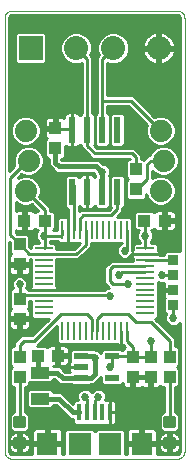
<source format=gtl>
G75*
%MOIN*%
%OFA0B0*%
%FSLAX25Y25*%
%IPPOS*%
%LPD*%
%AMOC8*
5,1,8,0,0,1.08239X$1,22.5*
%
%ADD10C,0.00000*%
%ADD11R,0.01378X0.05512*%
%ADD12R,0.07087X0.07480*%
%ADD13R,0.07480X0.07480*%
%ADD14R,0.04724X0.02165*%
%ADD15C,0.01181*%
%ADD16R,0.04331X0.03937*%
%ADD17R,0.03937X0.04331*%
%ADD18R,0.02400X0.08700*%
%ADD19R,0.05906X0.00984*%
%ADD20R,0.00984X0.05906*%
%ADD21R,0.03500X0.03200*%
%ADD22C,0.07400*%
%ADD23R,0.08000X0.08000*%
%ADD24C,0.08000*%
%ADD25R,0.05906X0.03937*%
%ADD26C,0.01000*%
%ADD27C,0.02700*%
%ADD28C,0.01600*%
D10*
X0035095Y0032058D02*
X0035095Y0176433D01*
X0035097Y0176531D01*
X0035103Y0176629D01*
X0035112Y0176727D01*
X0035126Y0176824D01*
X0035143Y0176921D01*
X0035164Y0177017D01*
X0035189Y0177112D01*
X0035217Y0177206D01*
X0035250Y0177298D01*
X0035285Y0177390D01*
X0035325Y0177480D01*
X0035367Y0177568D01*
X0035414Y0177655D01*
X0035463Y0177739D01*
X0035516Y0177822D01*
X0035572Y0177902D01*
X0035632Y0177981D01*
X0035694Y0178057D01*
X0035759Y0178130D01*
X0035827Y0178201D01*
X0035898Y0178269D01*
X0035971Y0178334D01*
X0036047Y0178396D01*
X0036126Y0178456D01*
X0036206Y0178512D01*
X0036289Y0178565D01*
X0036373Y0178614D01*
X0036460Y0178661D01*
X0036548Y0178703D01*
X0036638Y0178743D01*
X0036730Y0178778D01*
X0036822Y0178811D01*
X0036916Y0178839D01*
X0037011Y0178864D01*
X0037107Y0178885D01*
X0037204Y0178902D01*
X0037301Y0178916D01*
X0037399Y0178925D01*
X0037497Y0178931D01*
X0037595Y0178933D01*
X0092595Y0178933D01*
X0092693Y0178931D01*
X0092791Y0178925D01*
X0092889Y0178916D01*
X0092986Y0178902D01*
X0093083Y0178885D01*
X0093179Y0178864D01*
X0093274Y0178839D01*
X0093368Y0178811D01*
X0093460Y0178778D01*
X0093552Y0178743D01*
X0093642Y0178703D01*
X0093730Y0178661D01*
X0093817Y0178614D01*
X0093901Y0178565D01*
X0093984Y0178512D01*
X0094064Y0178456D01*
X0094143Y0178396D01*
X0094219Y0178334D01*
X0094292Y0178269D01*
X0094363Y0178201D01*
X0094431Y0178130D01*
X0094496Y0178057D01*
X0094558Y0177981D01*
X0094618Y0177902D01*
X0094674Y0177822D01*
X0094727Y0177739D01*
X0094776Y0177655D01*
X0094823Y0177568D01*
X0094865Y0177480D01*
X0094905Y0177390D01*
X0094940Y0177298D01*
X0094973Y0177206D01*
X0095001Y0177112D01*
X0095026Y0177017D01*
X0095047Y0176921D01*
X0095064Y0176824D01*
X0095078Y0176727D01*
X0095087Y0176629D01*
X0095093Y0176531D01*
X0095095Y0176433D01*
X0095095Y0032058D01*
X0095093Y0031960D01*
X0095087Y0031862D01*
X0095078Y0031764D01*
X0095064Y0031667D01*
X0095047Y0031570D01*
X0095026Y0031474D01*
X0095001Y0031379D01*
X0094973Y0031285D01*
X0094940Y0031193D01*
X0094905Y0031101D01*
X0094865Y0031011D01*
X0094823Y0030923D01*
X0094776Y0030836D01*
X0094727Y0030752D01*
X0094674Y0030669D01*
X0094618Y0030589D01*
X0094558Y0030510D01*
X0094496Y0030434D01*
X0094431Y0030361D01*
X0094363Y0030290D01*
X0094292Y0030222D01*
X0094219Y0030157D01*
X0094143Y0030095D01*
X0094064Y0030035D01*
X0093984Y0029979D01*
X0093901Y0029926D01*
X0093817Y0029877D01*
X0093730Y0029830D01*
X0093642Y0029788D01*
X0093552Y0029748D01*
X0093460Y0029713D01*
X0093368Y0029680D01*
X0093274Y0029652D01*
X0093179Y0029627D01*
X0093083Y0029606D01*
X0092986Y0029589D01*
X0092889Y0029575D01*
X0092791Y0029566D01*
X0092693Y0029560D01*
X0092595Y0029558D01*
X0037595Y0029558D01*
X0037497Y0029560D01*
X0037399Y0029566D01*
X0037301Y0029575D01*
X0037204Y0029589D01*
X0037107Y0029606D01*
X0037011Y0029627D01*
X0036916Y0029652D01*
X0036822Y0029680D01*
X0036730Y0029713D01*
X0036638Y0029748D01*
X0036548Y0029788D01*
X0036460Y0029830D01*
X0036373Y0029877D01*
X0036289Y0029926D01*
X0036206Y0029979D01*
X0036126Y0030035D01*
X0036047Y0030095D01*
X0035971Y0030157D01*
X0035898Y0030222D01*
X0035827Y0030290D01*
X0035759Y0030361D01*
X0035694Y0030434D01*
X0035632Y0030510D01*
X0035572Y0030589D01*
X0035516Y0030669D01*
X0035463Y0030752D01*
X0035414Y0030836D01*
X0035367Y0030923D01*
X0035325Y0031011D01*
X0035285Y0031101D01*
X0035250Y0031193D01*
X0035217Y0031285D01*
X0035189Y0031379D01*
X0035164Y0031474D01*
X0035143Y0031570D01*
X0035126Y0031667D01*
X0035112Y0031764D01*
X0035103Y0031862D01*
X0035097Y0031960D01*
X0035095Y0032058D01*
D11*
X0059977Y0044991D03*
X0062536Y0044991D03*
X0065095Y0044991D03*
X0067654Y0044991D03*
X0070213Y0044991D03*
D12*
X0080843Y0034558D03*
X0049347Y0034558D03*
D13*
X0060095Y0034558D03*
X0070095Y0034558D03*
D14*
X0070839Y0056443D03*
X0070839Y0063923D03*
X0060602Y0063923D03*
X0060602Y0060183D03*
X0060602Y0056443D03*
D15*
X0041473Y0043139D02*
X0038717Y0043139D01*
X0041473Y0043139D02*
X0041473Y0040383D01*
X0038717Y0040383D01*
X0038717Y0043139D01*
X0038717Y0041563D02*
X0041473Y0041563D01*
X0041473Y0042743D02*
X0038717Y0042743D01*
X0038717Y0036233D02*
X0041473Y0036233D01*
X0041473Y0033477D01*
X0038717Y0033477D01*
X0038717Y0036233D01*
X0038717Y0034657D02*
X0041473Y0034657D01*
X0041473Y0035837D02*
X0038717Y0035837D01*
X0088717Y0036233D02*
X0091473Y0036233D01*
X0091473Y0033477D01*
X0088717Y0033477D01*
X0088717Y0036233D01*
X0088717Y0034657D02*
X0091473Y0034657D01*
X0091473Y0035837D02*
X0088717Y0035837D01*
X0088717Y0043139D02*
X0091473Y0043139D01*
X0091473Y0040383D01*
X0088717Y0040383D01*
X0088717Y0043139D01*
X0088717Y0041563D02*
X0091473Y0041563D01*
X0091473Y0042743D02*
X0088717Y0042743D01*
D16*
X0052817Y0063933D03*
X0046124Y0063933D03*
X0048442Y0108933D03*
X0041749Y0108933D03*
X0081749Y0108933D03*
X0088442Y0108933D03*
D17*
X0078845Y0119337D03*
X0078845Y0126030D03*
X0051970Y0133087D03*
X0051970Y0139780D03*
X0040095Y0101030D03*
X0040095Y0094337D03*
X0040095Y0082905D03*
X0040095Y0076212D03*
X0040095Y0063530D03*
X0040095Y0056837D03*
X0077908Y0056837D03*
X0077908Y0063530D03*
X0083845Y0063530D03*
X0083845Y0056837D03*
X0090095Y0056837D03*
X0090095Y0063530D03*
D18*
X0072595Y0118633D03*
X0067595Y0118633D03*
X0062595Y0118633D03*
X0057595Y0118633D03*
X0057595Y0139233D03*
X0062595Y0139233D03*
X0067595Y0139233D03*
X0072595Y0139233D03*
D19*
X0082024Y0099760D03*
X0082024Y0097791D03*
X0082024Y0095823D03*
X0082024Y0093854D03*
X0082024Y0091886D03*
X0082024Y0089917D03*
X0082024Y0087949D03*
X0082024Y0085980D03*
X0082024Y0084012D03*
X0082024Y0082043D03*
X0082024Y0080075D03*
X0082024Y0078106D03*
X0048166Y0078106D03*
X0048166Y0080075D03*
X0048166Y0082043D03*
X0048166Y0084012D03*
X0048166Y0085980D03*
X0048166Y0087949D03*
X0048166Y0089917D03*
X0048166Y0091886D03*
X0048166Y0093854D03*
X0048166Y0095823D03*
X0048166Y0097791D03*
X0048166Y0099760D03*
D20*
X0054268Y0105862D03*
X0056237Y0105862D03*
X0058205Y0105862D03*
X0060174Y0105862D03*
X0062142Y0105862D03*
X0064111Y0105862D03*
X0066079Y0105862D03*
X0068048Y0105862D03*
X0070016Y0105862D03*
X0071985Y0105862D03*
X0073953Y0105862D03*
X0075922Y0105862D03*
X0075922Y0072004D03*
X0073953Y0072004D03*
X0071985Y0072004D03*
X0070016Y0072004D03*
X0068048Y0072004D03*
X0066079Y0072004D03*
X0064111Y0072004D03*
X0062142Y0072004D03*
X0060174Y0072004D03*
X0058205Y0072004D03*
X0056237Y0072004D03*
X0054268Y0072004D03*
D21*
X0091345Y0080808D03*
X0091345Y0085808D03*
X0091345Y0090808D03*
X0091345Y0095808D03*
D22*
X0087095Y0118933D03*
X0088095Y0128933D03*
X0087095Y0138933D03*
X0043095Y0128933D03*
X0042095Y0118933D03*
X0042095Y0138933D03*
D23*
X0043770Y0166433D03*
D24*
X0058950Y0166433D03*
X0071329Y0166433D03*
X0086509Y0166433D03*
D25*
X0046970Y0058264D03*
X0046970Y0049602D03*
D26*
X0043479Y0046334D02*
X0050461Y0046334D01*
X0051223Y0047095D01*
X0051223Y0047458D01*
X0052350Y0047458D01*
X0055687Y0044121D01*
X0056917Y0042891D01*
X0057988Y0042891D01*
X0057988Y0041697D01*
X0058750Y0040935D01*
X0061204Y0040935D01*
X0061257Y0040987D01*
X0061309Y0040935D01*
X0063764Y0040935D01*
X0063816Y0040987D01*
X0063868Y0040935D01*
X0066323Y0040935D01*
X0066375Y0040987D01*
X0066427Y0040935D01*
X0068776Y0040935D01*
X0068945Y0040837D01*
X0069327Y0040735D01*
X0070213Y0040735D01*
X0070213Y0044991D01*
X0070213Y0044991D01*
X0070213Y0040735D01*
X0071100Y0040735D01*
X0071481Y0040837D01*
X0071823Y0041035D01*
X0072103Y0041314D01*
X0072300Y0041656D01*
X0072402Y0042038D01*
X0072402Y0044991D01*
X0070213Y0044991D01*
X0070213Y0049247D01*
X0069327Y0049247D01*
X0068945Y0049145D01*
X0068776Y0049047D01*
X0068743Y0049047D01*
X0068995Y0049656D01*
X0068995Y0050710D01*
X0068592Y0051684D01*
X0067846Y0052430D01*
X0066872Y0052833D01*
X0065818Y0052833D01*
X0064844Y0052430D01*
X0064158Y0051743D01*
X0063471Y0052430D01*
X0062497Y0052833D01*
X0061443Y0052833D01*
X0060469Y0052430D01*
X0059724Y0051684D01*
X0059320Y0050710D01*
X0059320Y0049656D01*
X0059572Y0049047D01*
X0058750Y0049047D01*
X0057988Y0048286D01*
X0057988Y0047760D01*
X0055320Y0050428D01*
X0054090Y0051658D01*
X0051223Y0051658D01*
X0051223Y0052109D01*
X0050461Y0052871D01*
X0043479Y0052871D01*
X0042717Y0052109D01*
X0042717Y0047095D01*
X0043479Y0046334D01*
X0042906Y0046906D02*
X0041895Y0046906D01*
X0041895Y0045908D02*
X0053901Y0045908D01*
X0054899Y0044909D02*
X0042376Y0044909D01*
X0042256Y0045029D02*
X0041895Y0045029D01*
X0041895Y0053371D01*
X0042602Y0053371D01*
X0043364Y0054133D01*
X0043364Y0055111D01*
X0043479Y0054995D01*
X0050461Y0054995D01*
X0051223Y0055757D01*
X0051223Y0056208D01*
X0051725Y0056208D01*
X0053600Y0054333D01*
X0057428Y0054333D01*
X0057701Y0054060D01*
X0063502Y0054060D01*
X0063775Y0054333D01*
X0064715Y0054333D01*
X0065945Y0055563D01*
X0067176Y0056795D01*
X0067176Y0054822D01*
X0067938Y0054060D01*
X0073739Y0054060D01*
X0074439Y0054760D01*
X0074439Y0054474D01*
X0074541Y0054092D01*
X0074739Y0053750D01*
X0075018Y0053471D01*
X0075360Y0053273D01*
X0075742Y0053171D01*
X0077423Y0053171D01*
X0077423Y0056352D01*
X0078392Y0056352D01*
X0078392Y0053171D01*
X0080074Y0053171D01*
X0080455Y0053273D01*
X0080797Y0053471D01*
X0080876Y0053550D01*
X0080956Y0053471D01*
X0081298Y0053273D01*
X0081679Y0053171D01*
X0083361Y0053171D01*
X0083361Y0056352D01*
X0084329Y0056352D01*
X0084329Y0053171D01*
X0086011Y0053171D01*
X0086393Y0053273D01*
X0086735Y0053471D01*
X0087014Y0053750D01*
X0087085Y0053874D01*
X0087588Y0053371D01*
X0088295Y0053371D01*
X0088295Y0045029D01*
X0087934Y0045029D01*
X0086827Y0043922D01*
X0086827Y0039600D01*
X0087934Y0038492D01*
X0092256Y0038492D01*
X0093364Y0039600D01*
X0093364Y0043922D01*
X0092256Y0045029D01*
X0091895Y0045029D01*
X0091895Y0053371D01*
X0092602Y0053371D01*
X0093364Y0054133D01*
X0093364Y0059540D01*
X0092721Y0060183D01*
X0093364Y0060826D01*
X0093364Y0066233D01*
X0092602Y0066995D01*
X0091895Y0066995D01*
X0091895Y0069679D01*
X0090841Y0070733D01*
X0085260Y0076314D01*
X0085516Y0076314D01*
X0086277Y0077076D01*
X0086277Y0088486D01*
X0087068Y0088158D01*
X0088122Y0088158D01*
X0088351Y0088253D01*
X0088197Y0087987D01*
X0088095Y0087606D01*
X0088095Y0086108D01*
X0091045Y0086108D01*
X0091045Y0085508D01*
X0088095Y0085508D01*
X0088095Y0084011D01*
X0088197Y0083629D01*
X0088395Y0083287D01*
X0088515Y0083167D01*
X0088295Y0082947D01*
X0088295Y0078670D01*
X0089057Y0077908D01*
X0089088Y0077908D01*
X0088695Y0076960D01*
X0088695Y0075906D01*
X0089099Y0074932D01*
X0089844Y0074187D01*
X0090818Y0073783D01*
X0091872Y0073783D01*
X0092846Y0074187D01*
X0093592Y0074932D01*
X0093595Y0074940D01*
X0093595Y0032058D01*
X0093561Y0031799D01*
X0093302Y0031351D01*
X0092854Y0031092D01*
X0092595Y0031058D01*
X0085886Y0031058D01*
X0085886Y0034058D01*
X0081343Y0034058D01*
X0081343Y0035058D01*
X0080343Y0035058D01*
X0080343Y0034058D01*
X0075800Y0034058D01*
X0075800Y0031058D01*
X0075135Y0031058D01*
X0075135Y0038837D01*
X0074374Y0039598D01*
X0065816Y0039598D01*
X0065095Y0038877D01*
X0064374Y0039598D01*
X0055816Y0039598D01*
X0055055Y0038837D01*
X0055055Y0031058D01*
X0054390Y0031058D01*
X0054390Y0034058D01*
X0049847Y0034058D01*
X0049847Y0035058D01*
X0048847Y0035058D01*
X0048847Y0034058D01*
X0044304Y0034058D01*
X0044304Y0031058D01*
X0037595Y0031058D01*
X0037336Y0031092D01*
X0036888Y0031351D01*
X0036629Y0031799D01*
X0036595Y0032058D01*
X0036595Y0101984D01*
X0036827Y0101752D01*
X0036827Y0098326D01*
X0037361Y0097792D01*
X0037206Y0097702D01*
X0036926Y0097423D01*
X0036729Y0097081D01*
X0036627Y0096699D01*
X0036627Y0094821D01*
X0039611Y0094821D01*
X0039611Y0093852D01*
X0040579Y0093852D01*
X0040579Y0090671D01*
X0042261Y0090671D01*
X0042643Y0090773D01*
X0042985Y0090971D01*
X0043264Y0091250D01*
X0043461Y0091592D01*
X0043564Y0091974D01*
X0043564Y0093852D01*
X0040579Y0093852D01*
X0040579Y0094821D01*
X0043564Y0094821D01*
X0043564Y0095991D01*
X0043913Y0095991D01*
X0043913Y0087221D01*
X0043815Y0087051D01*
X0043713Y0086670D01*
X0043713Y0085980D01*
X0043713Y0085812D01*
X0043160Y0085812D01*
X0042602Y0086370D01*
X0042420Y0086370D01*
X0042745Y0087156D01*
X0042745Y0088210D01*
X0042342Y0089184D01*
X0041596Y0089930D01*
X0040622Y0090333D01*
X0039568Y0090333D01*
X0038594Y0089930D01*
X0037849Y0089184D01*
X0037445Y0088210D01*
X0037445Y0087156D01*
X0037771Y0086370D01*
X0037588Y0086370D01*
X0036827Y0085608D01*
X0036827Y0080201D01*
X0037361Y0079667D01*
X0037206Y0079577D01*
X0036926Y0079298D01*
X0036729Y0078956D01*
X0036627Y0078574D01*
X0036627Y0076696D01*
X0039611Y0076696D01*
X0039611Y0075727D01*
X0040579Y0075727D01*
X0040579Y0072546D01*
X0042261Y0072546D01*
X0042643Y0072648D01*
X0042985Y0072846D01*
X0043264Y0073125D01*
X0043461Y0073467D01*
X0043564Y0073849D01*
X0043564Y0075727D01*
X0040579Y0075727D01*
X0040579Y0076696D01*
X0043564Y0076696D01*
X0043564Y0078574D01*
X0043461Y0078956D01*
X0043264Y0079298D01*
X0042985Y0079577D01*
X0042830Y0079667D01*
X0043364Y0080201D01*
X0043364Y0082212D01*
X0043913Y0082212D01*
X0043913Y0077076D01*
X0044675Y0076314D01*
X0049872Y0076314D01*
X0044290Y0070733D01*
X0040747Y0070733D01*
X0039350Y0069336D01*
X0038295Y0068281D01*
X0038295Y0066995D01*
X0037588Y0066995D01*
X0036827Y0066233D01*
X0036827Y0060826D01*
X0037469Y0060183D01*
X0036827Y0059540D01*
X0036827Y0054133D01*
X0037588Y0053371D01*
X0038295Y0053371D01*
X0038295Y0045029D01*
X0037934Y0045029D01*
X0036827Y0043922D01*
X0036827Y0039600D01*
X0037934Y0038492D01*
X0042256Y0038492D01*
X0043364Y0039600D01*
X0043364Y0043922D01*
X0042256Y0045029D01*
X0043364Y0043911D02*
X0055898Y0043911D01*
X0055687Y0044121D02*
X0055687Y0044121D01*
X0056896Y0042912D02*
X0043364Y0042912D01*
X0043364Y0041914D02*
X0057988Y0041914D01*
X0055136Y0038918D02*
X0054265Y0038918D01*
X0054288Y0038877D02*
X0054091Y0039219D01*
X0053811Y0039499D01*
X0053469Y0039696D01*
X0053088Y0039798D01*
X0049847Y0039798D01*
X0049847Y0035058D01*
X0054390Y0035058D01*
X0054390Y0038496D01*
X0054288Y0038877D01*
X0054390Y0037920D02*
X0055055Y0037920D01*
X0055055Y0036921D02*
X0054390Y0036921D01*
X0054390Y0035923D02*
X0055055Y0035923D01*
X0055055Y0034924D02*
X0049847Y0034924D01*
X0049847Y0035923D02*
X0048847Y0035923D01*
X0048847Y0035058D02*
X0048847Y0039798D01*
X0045606Y0039798D01*
X0045225Y0039696D01*
X0044883Y0039499D01*
X0044604Y0039219D01*
X0044406Y0038877D01*
X0044304Y0038496D01*
X0044304Y0035058D01*
X0048847Y0035058D01*
X0048847Y0034924D02*
X0040579Y0034924D01*
X0040579Y0035340D02*
X0043564Y0035340D01*
X0043564Y0036508D01*
X0043421Y0037040D01*
X0043146Y0037517D01*
X0042757Y0037906D01*
X0042280Y0038181D01*
X0041748Y0038324D01*
X0040579Y0038324D01*
X0040579Y0035340D01*
X0039611Y0035340D01*
X0039611Y0038324D01*
X0038442Y0038324D01*
X0037910Y0038181D01*
X0037434Y0037906D01*
X0037044Y0037517D01*
X0036769Y0037040D01*
X0036627Y0036508D01*
X0036627Y0035340D01*
X0039611Y0035340D01*
X0039611Y0034371D01*
X0040579Y0034371D01*
X0040579Y0031387D01*
X0041748Y0031387D01*
X0042280Y0031529D01*
X0042757Y0031805D01*
X0043146Y0032194D01*
X0043421Y0032670D01*
X0043564Y0033202D01*
X0043564Y0034371D01*
X0040579Y0034371D01*
X0040579Y0035340D01*
X0040579Y0035923D02*
X0039611Y0035923D01*
X0039611Y0036921D02*
X0040579Y0036921D01*
X0040579Y0037920D02*
X0039611Y0037920D01*
X0039611Y0034924D02*
X0036595Y0034924D01*
X0036627Y0034371D02*
X0036627Y0033202D01*
X0036769Y0032670D01*
X0037044Y0032194D01*
X0037434Y0031805D01*
X0037910Y0031529D01*
X0038442Y0031387D01*
X0039611Y0031387D01*
X0039611Y0034371D01*
X0036627Y0034371D01*
X0036627Y0033926D02*
X0036595Y0033926D01*
X0036595Y0032927D02*
X0036700Y0032927D01*
X0036612Y0031929D02*
X0037309Y0031929D01*
X0039611Y0031929D02*
X0040579Y0031929D01*
X0040579Y0032927D02*
X0039611Y0032927D01*
X0039611Y0033926D02*
X0040579Y0033926D01*
X0043564Y0033926D02*
X0044304Y0033926D01*
X0044304Y0032927D02*
X0043490Y0032927D01*
X0042881Y0031929D02*
X0044304Y0031929D01*
X0044304Y0035923D02*
X0043564Y0035923D01*
X0043453Y0036921D02*
X0044304Y0036921D01*
X0044304Y0037920D02*
X0042733Y0037920D01*
X0042682Y0038918D02*
X0044430Y0038918D01*
X0043364Y0039917D02*
X0086827Y0039917D01*
X0086827Y0040915D02*
X0071616Y0040915D01*
X0072369Y0041914D02*
X0086827Y0041914D01*
X0086827Y0042912D02*
X0072402Y0042912D01*
X0072402Y0043911D02*
X0086827Y0043911D01*
X0087814Y0044909D02*
X0072402Y0044909D01*
X0072402Y0044991D02*
X0072402Y0047945D01*
X0072300Y0048326D01*
X0072103Y0048668D01*
X0071823Y0048947D01*
X0071481Y0049145D01*
X0071100Y0049247D01*
X0070213Y0049247D01*
X0070213Y0044991D01*
X0070213Y0044991D01*
X0070213Y0044991D01*
X0072402Y0044991D01*
X0072402Y0045908D02*
X0088295Y0045908D01*
X0088295Y0046906D02*
X0072402Y0046906D01*
X0072402Y0047905D02*
X0088295Y0047905D01*
X0088295Y0048903D02*
X0071867Y0048903D01*
X0070213Y0048903D02*
X0070213Y0048903D01*
X0070213Y0047905D02*
X0070213Y0047905D01*
X0070213Y0046906D02*
X0070213Y0046906D01*
X0070213Y0045908D02*
X0070213Y0045908D01*
X0070213Y0044909D02*
X0070213Y0044909D01*
X0070213Y0043911D02*
X0070213Y0043911D01*
X0070213Y0042912D02*
X0070213Y0042912D01*
X0070213Y0041914D02*
X0070213Y0041914D01*
X0070213Y0040915D02*
X0070213Y0040915D01*
X0068811Y0040915D02*
X0043364Y0040915D01*
X0040095Y0041761D02*
X0040095Y0056837D01*
X0037173Y0059887D02*
X0036595Y0059887D01*
X0036595Y0060885D02*
X0036827Y0060885D01*
X0036827Y0061884D02*
X0036595Y0061884D01*
X0036595Y0062882D02*
X0036827Y0062882D01*
X0036827Y0063881D02*
X0036595Y0063881D01*
X0036595Y0064879D02*
X0036827Y0064879D01*
X0036827Y0065878D02*
X0036595Y0065878D01*
X0036595Y0066877D02*
X0037470Y0066877D01*
X0038295Y0067875D02*
X0036595Y0067875D01*
X0036595Y0068874D02*
X0038888Y0068874D01*
X0039886Y0069872D02*
X0036595Y0069872D01*
X0036595Y0070871D02*
X0044428Y0070871D01*
X0045427Y0071869D02*
X0036595Y0071869D01*
X0036595Y0072868D02*
X0037184Y0072868D01*
X0037206Y0072846D02*
X0037548Y0072648D01*
X0037929Y0072546D01*
X0039611Y0072546D01*
X0039611Y0075727D01*
X0036627Y0075727D01*
X0036627Y0073849D01*
X0036729Y0073467D01*
X0036926Y0073125D01*
X0037206Y0072846D01*
X0036627Y0073866D02*
X0036595Y0073866D01*
X0036595Y0074865D02*
X0036627Y0074865D01*
X0036595Y0075863D02*
X0039611Y0075863D01*
X0040579Y0075863D02*
X0049421Y0075863D01*
X0048422Y0074865D02*
X0043564Y0074865D01*
X0043564Y0073866D02*
X0047424Y0073866D01*
X0046425Y0072868D02*
X0043006Y0072868D01*
X0040579Y0072868D02*
X0039611Y0072868D01*
X0039611Y0073866D02*
X0040579Y0073866D01*
X0040579Y0074865D02*
X0039611Y0074865D01*
X0037170Y0079857D02*
X0036595Y0079857D01*
X0036595Y0078859D02*
X0036703Y0078859D01*
X0036627Y0077860D02*
X0036595Y0077860D01*
X0036595Y0076862D02*
X0036627Y0076862D01*
X0036595Y0080856D02*
X0036827Y0080856D01*
X0036827Y0081854D02*
X0036595Y0081854D01*
X0036595Y0082853D02*
X0036827Y0082853D01*
X0036827Y0083851D02*
X0036595Y0083851D01*
X0036595Y0084850D02*
X0036827Y0084850D01*
X0036595Y0085848D02*
X0037066Y0085848D01*
X0036595Y0086847D02*
X0037573Y0086847D01*
X0037445Y0087845D02*
X0036595Y0087845D01*
X0036595Y0088844D02*
X0037708Y0088844D01*
X0038507Y0089842D02*
X0036595Y0089842D01*
X0036595Y0090841D02*
X0037431Y0090841D01*
X0037548Y0090773D02*
X0037929Y0090671D01*
X0039611Y0090671D01*
X0039611Y0093852D01*
X0036627Y0093852D01*
X0036627Y0091974D01*
X0036729Y0091592D01*
X0036926Y0091250D01*
X0037206Y0090971D01*
X0037548Y0090773D01*
X0036663Y0091839D02*
X0036595Y0091839D01*
X0036595Y0092838D02*
X0036627Y0092838D01*
X0036595Y0093836D02*
X0036627Y0093836D01*
X0036595Y0094835D02*
X0036627Y0094835D01*
X0036595Y0095833D02*
X0036627Y0095833D01*
X0036595Y0096832D02*
X0036662Y0096832D01*
X0036595Y0097830D02*
X0037322Y0097830D01*
X0036827Y0098829D02*
X0036595Y0098829D01*
X0036595Y0099827D02*
X0036827Y0099827D01*
X0036827Y0100826D02*
X0036595Y0100826D01*
X0036595Y0101824D02*
X0036755Y0101824D01*
X0036970Y0104155D02*
X0040095Y0101030D01*
X0043333Y0097791D01*
X0048166Y0097791D01*
X0058953Y0097791D01*
X0062142Y0100980D01*
X0062142Y0105862D01*
X0060174Y0105862D02*
X0060174Y0109637D01*
X0061345Y0110808D01*
X0070720Y0110808D01*
X0072595Y0112683D01*
X0072595Y0118633D01*
X0070095Y0118799D02*
X0070095Y0118799D01*
X0070095Y0117801D02*
X0070095Y0117801D01*
X0070095Y0116802D02*
X0070095Y0116802D01*
X0070095Y0115804D02*
X0070095Y0115804D01*
X0070095Y0114805D02*
X0070095Y0114805D01*
X0070095Y0113807D02*
X0070095Y0113807D01*
X0070095Y0113745D02*
X0070095Y0123522D01*
X0069869Y0123748D01*
X0070245Y0124656D01*
X0070245Y0125710D01*
X0069842Y0126684D01*
X0069096Y0127430D01*
X0068122Y0127833D01*
X0067915Y0127833D01*
X0067820Y0127928D01*
X0066590Y0129158D01*
X0054090Y0129158D01*
X0054070Y0129178D01*
X0054070Y0129621D01*
X0054477Y0129621D01*
X0055239Y0130383D01*
X0055239Y0133918D01*
X0055474Y0133683D01*
X0055816Y0133485D01*
X0056198Y0133383D01*
X0057495Y0133383D01*
X0057495Y0139133D01*
X0057695Y0139133D01*
X0057695Y0133383D01*
X0058993Y0133383D01*
X0059374Y0133485D01*
X0059716Y0133683D01*
X0059995Y0133962D01*
X0060172Y0134268D01*
X0060795Y0133645D01*
X0060795Y0133187D01*
X0063295Y0130687D01*
X0064350Y0129633D01*
X0076850Y0129633D01*
X0076988Y0129495D01*
X0076338Y0129495D01*
X0075577Y0128733D01*
X0075577Y0123326D01*
X0076219Y0122683D01*
X0075577Y0122040D01*
X0075577Y0116633D01*
X0076338Y0115871D01*
X0081352Y0115871D01*
X0082114Y0116633D01*
X0082114Y0117894D01*
X0082856Y0116101D01*
X0084263Y0114694D01*
X0086101Y0113933D01*
X0088090Y0113933D01*
X0089927Y0114694D01*
X0091334Y0116101D01*
X0092095Y0117938D01*
X0092095Y0119928D01*
X0091334Y0121765D01*
X0089927Y0123172D01*
X0088090Y0123933D01*
X0086101Y0123933D01*
X0084395Y0123227D01*
X0084395Y0125562D01*
X0085263Y0124694D01*
X0087101Y0123933D01*
X0089090Y0123933D01*
X0090927Y0124694D01*
X0092334Y0126101D01*
X0093095Y0127938D01*
X0093095Y0129928D01*
X0092334Y0131765D01*
X0090927Y0133172D01*
X0089090Y0133933D01*
X0087101Y0133933D01*
X0085263Y0133172D01*
X0083856Y0131765D01*
X0083429Y0130733D01*
X0083100Y0130733D01*
X0082045Y0129679D01*
X0081607Y0129240D01*
X0081352Y0129495D01*
X0080645Y0129495D01*
X0080645Y0130929D01*
X0079395Y0132179D01*
X0078341Y0133233D01*
X0065841Y0133233D01*
X0064912Y0134162D01*
X0065095Y0134345D01*
X0065857Y0133583D01*
X0069334Y0133583D01*
X0070095Y0134345D01*
X0070857Y0133583D01*
X0074334Y0133583D01*
X0075095Y0134345D01*
X0075095Y0144122D01*
X0074334Y0144883D01*
X0070857Y0144883D01*
X0070095Y0144122D01*
X0070095Y0134345D01*
X0070095Y0144122D01*
X0069395Y0144822D01*
X0069395Y0147133D01*
X0076350Y0147133D01*
X0082523Y0140960D01*
X0082095Y0139928D01*
X0082095Y0137938D01*
X0082856Y0136101D01*
X0084263Y0134694D01*
X0086101Y0133933D01*
X0088090Y0133933D01*
X0089927Y0134694D01*
X0091334Y0136101D01*
X0092095Y0137938D01*
X0092095Y0139928D01*
X0091334Y0141765D01*
X0093595Y0141765D01*
X0093595Y0142763D02*
X0090336Y0142763D01*
X0089927Y0143172D02*
X0088090Y0143933D01*
X0086101Y0143933D01*
X0085068Y0143505D01*
X0077841Y0150733D01*
X0069395Y0150733D01*
X0069395Y0161498D01*
X0070275Y0161133D01*
X0072383Y0161133D01*
X0074331Y0161940D01*
X0075822Y0163431D01*
X0076629Y0165379D01*
X0076629Y0167487D01*
X0075822Y0169435D01*
X0074331Y0170926D01*
X0072383Y0171733D01*
X0070275Y0171733D01*
X0068327Y0170926D01*
X0066836Y0169435D01*
X0066029Y0167487D01*
X0066029Y0165379D01*
X0066527Y0164177D01*
X0065795Y0163445D01*
X0065795Y0144822D01*
X0065095Y0144122D01*
X0065095Y0134345D01*
X0065095Y0144122D01*
X0064395Y0144822D01*
X0064395Y0163533D01*
X0063752Y0164177D01*
X0064250Y0165379D01*
X0064250Y0167487D01*
X0063443Y0169435D01*
X0061952Y0170926D01*
X0060004Y0171733D01*
X0057895Y0171733D01*
X0055947Y0170926D01*
X0054457Y0169435D01*
X0053650Y0167487D01*
X0053650Y0165379D01*
X0054457Y0163431D01*
X0055947Y0161940D01*
X0057895Y0161133D01*
X0060004Y0161133D01*
X0060795Y0161461D01*
X0060795Y0144822D01*
X0060172Y0144198D01*
X0059995Y0144504D01*
X0059716Y0144783D01*
X0059374Y0144981D01*
X0058993Y0145083D01*
X0057695Y0145083D01*
X0057695Y0139333D01*
X0057495Y0139333D01*
X0057495Y0145083D01*
X0056198Y0145083D01*
X0055816Y0144981D01*
X0055474Y0144783D01*
X0055195Y0144504D01*
X0054997Y0144162D01*
X0054895Y0143781D01*
X0054895Y0143110D01*
X0054860Y0143145D01*
X0054518Y0143343D01*
X0054136Y0143445D01*
X0052454Y0143445D01*
X0052454Y0141933D01*
X0052388Y0141933D01*
X0052095Y0141640D01*
X0052095Y0140264D01*
X0051486Y0140264D01*
X0051486Y0143445D01*
X0049804Y0143445D01*
X0049423Y0143343D01*
X0049081Y0143145D01*
X0048801Y0142866D01*
X0048604Y0142524D01*
X0048502Y0142142D01*
X0048502Y0140264D01*
X0051486Y0140264D01*
X0051486Y0139295D01*
X0048502Y0139295D01*
X0048502Y0137417D01*
X0048604Y0137035D01*
X0048801Y0136693D01*
X0049081Y0136414D01*
X0049236Y0136324D01*
X0048702Y0135790D01*
X0048702Y0130383D01*
X0049463Y0129621D01*
X0049870Y0129621D01*
X0049870Y0127438D01*
X0051100Y0126208D01*
X0052350Y0124958D01*
X0064850Y0124958D01*
X0064945Y0124863D01*
X0064945Y0124656D01*
X0065321Y0123748D01*
X0065172Y0123598D01*
X0064995Y0123904D01*
X0064716Y0124183D01*
X0064374Y0124381D01*
X0063993Y0124483D01*
X0062695Y0124483D01*
X0062695Y0118733D01*
X0062495Y0118733D01*
X0062495Y0124483D01*
X0061198Y0124483D01*
X0060816Y0124381D01*
X0060474Y0124183D01*
X0060195Y0123904D01*
X0060018Y0123598D01*
X0059334Y0124283D01*
X0055857Y0124283D01*
X0055095Y0123522D01*
X0055095Y0113745D01*
X0055857Y0112983D01*
X0056405Y0112983D01*
X0056405Y0110315D01*
X0056237Y0110315D01*
X0056237Y0105862D01*
X0056237Y0101409D01*
X0056926Y0101409D01*
X0057308Y0101512D01*
X0057477Y0101609D01*
X0060226Y0101609D01*
X0058208Y0099591D01*
X0052419Y0099591D01*
X0052419Y0100790D01*
X0051657Y0101552D01*
X0050242Y0101552D01*
X0050242Y0102133D01*
X0052714Y0102133D01*
X0053238Y0101609D01*
X0054996Y0101609D01*
X0055166Y0101512D01*
X0055547Y0101409D01*
X0056237Y0101409D01*
X0056237Y0105862D01*
X0056237Y0105862D01*
X0056237Y0105862D01*
X0056237Y0110315D01*
X0055547Y0110315D01*
X0055166Y0110213D01*
X0054996Y0110115D01*
X0053238Y0110115D01*
X0052476Y0109353D01*
X0052476Y0106616D01*
X0052468Y0106608D01*
X0052468Y0105733D01*
X0051214Y0105733D01*
X0051907Y0106426D01*
X0051907Y0111440D01*
X0051145Y0112202D01*
X0050242Y0112202D01*
X0050242Y0113332D01*
X0046668Y0116906D01*
X0047095Y0117938D01*
X0047095Y0119928D01*
X0046334Y0121765D01*
X0044927Y0123172D01*
X0043090Y0123933D01*
X0041101Y0123933D01*
X0039462Y0123254D01*
X0040715Y0124507D01*
X0042101Y0123933D01*
X0044090Y0123933D01*
X0045927Y0124694D01*
X0047334Y0126101D01*
X0048095Y0127938D01*
X0048095Y0129928D01*
X0047334Y0131765D01*
X0045927Y0133172D01*
X0044090Y0133933D01*
X0042101Y0133933D01*
X0040263Y0133172D01*
X0038856Y0131765D01*
X0038095Y0129928D01*
X0038095Y0127938D01*
X0038376Y0127260D01*
X0036595Y0125479D01*
X0036595Y0176433D01*
X0036629Y0176692D01*
X0036888Y0177140D01*
X0037336Y0177399D01*
X0037595Y0177433D01*
X0092595Y0177433D01*
X0092854Y0177399D01*
X0093302Y0177140D01*
X0093561Y0176692D01*
X0093595Y0176433D01*
X0093595Y0098708D01*
X0089057Y0098708D01*
X0088295Y0097947D01*
X0088295Y0097623D01*
X0086477Y0097623D01*
X0086477Y0097791D01*
X0082024Y0097791D01*
X0077572Y0097791D01*
X0077572Y0097102D01*
X0077674Y0096720D01*
X0077772Y0096551D01*
X0077772Y0095654D01*
X0070521Y0095654D01*
X0069466Y0094600D01*
X0069350Y0094483D01*
X0069350Y0094483D01*
X0068295Y0093429D01*
X0068295Y0088187D01*
X0069545Y0086937D01*
X0069900Y0086583D01*
X0069568Y0086583D01*
X0068594Y0086180D01*
X0068226Y0085812D01*
X0052619Y0085812D01*
X0052619Y0085980D01*
X0048166Y0085980D01*
X0048166Y0085980D01*
X0043713Y0085980D01*
X0048166Y0085980D01*
X0048166Y0085980D01*
X0052619Y0085980D01*
X0052619Y0086670D01*
X0052517Y0087051D01*
X0052419Y0087221D01*
X0052419Y0095991D01*
X0059699Y0095991D01*
X0060753Y0097046D01*
X0063942Y0100235D01*
X0063942Y0101609D01*
X0074122Y0101609D01*
X0074122Y0101398D01*
X0073594Y0101180D01*
X0072849Y0100434D01*
X0072445Y0099460D01*
X0072445Y0098406D01*
X0072849Y0097432D01*
X0073594Y0096687D01*
X0074568Y0096283D01*
X0075622Y0096283D01*
X0076596Y0096687D01*
X0077342Y0097432D01*
X0077572Y0097987D01*
X0077572Y0097791D01*
X0082024Y0097791D01*
X0082024Y0097791D01*
X0082024Y0097791D01*
X0086477Y0097791D01*
X0086477Y0098481D01*
X0086375Y0098862D01*
X0086277Y0099032D01*
X0086277Y0100790D01*
X0085516Y0101552D01*
X0083824Y0101552D01*
X0083824Y0102040D01*
X0084217Y0102432D01*
X0084620Y0103406D01*
X0084620Y0104460D01*
X0084217Y0105434D01*
X0083986Y0105665D01*
X0084453Y0105665D01*
X0084986Y0106199D01*
X0085076Y0106044D01*
X0085355Y0105764D01*
X0085697Y0105567D01*
X0086079Y0105465D01*
X0087957Y0105465D01*
X0087957Y0108449D01*
X0088926Y0108449D01*
X0088926Y0109417D01*
X0092107Y0109417D01*
X0092107Y0111099D01*
X0092005Y0111481D01*
X0091807Y0111823D01*
X0091528Y0112102D01*
X0091186Y0112299D01*
X0090804Y0112402D01*
X0088926Y0112402D01*
X0088926Y0109417D01*
X0087957Y0109417D01*
X0087957Y0112402D01*
X0086079Y0112402D01*
X0085697Y0112299D01*
X0085355Y0112102D01*
X0085076Y0111823D01*
X0084986Y0111668D01*
X0084453Y0112202D01*
X0079045Y0112202D01*
X0078283Y0111440D01*
X0078283Y0106426D01*
X0079045Y0105665D01*
X0079954Y0105665D01*
X0079724Y0105434D01*
X0079320Y0104460D01*
X0079320Y0103406D01*
X0079724Y0102432D01*
X0080224Y0101931D01*
X0080224Y0101552D01*
X0078533Y0101552D01*
X0077772Y0100790D01*
X0077772Y0099032D01*
X0077745Y0098986D01*
X0077745Y0099460D01*
X0077722Y0099516D01*
X0077722Y0106608D01*
X0077714Y0106616D01*
X0077714Y0109353D01*
X0076953Y0110115D01*
X0072573Y0110115D01*
X0074395Y0111937D01*
X0074395Y0113045D01*
X0075095Y0113745D01*
X0075095Y0123522D01*
X0074334Y0124283D01*
X0070857Y0124283D01*
X0070095Y0123522D01*
X0070095Y0113745D01*
X0069334Y0112983D01*
X0065857Y0112983D01*
X0065172Y0113668D01*
X0064995Y0113362D01*
X0064716Y0113083D01*
X0064374Y0112885D01*
X0063993Y0112783D01*
X0062695Y0112783D01*
X0062695Y0118533D01*
X0062495Y0118533D01*
X0062495Y0112783D01*
X0061198Y0112783D01*
X0060816Y0112885D01*
X0060474Y0113083D01*
X0060195Y0113362D01*
X0060018Y0113668D01*
X0060005Y0113655D01*
X0060005Y0112014D01*
X0060600Y0112608D01*
X0069975Y0112608D01*
X0070603Y0113237D01*
X0070095Y0113745D01*
X0070175Y0112808D02*
X0064086Y0112808D01*
X0062695Y0112808D02*
X0062495Y0112808D01*
X0062495Y0113807D02*
X0062695Y0113807D01*
X0062695Y0114805D02*
X0062495Y0114805D01*
X0062495Y0115804D02*
X0062695Y0115804D01*
X0062695Y0116802D02*
X0062495Y0116802D01*
X0062495Y0117801D02*
X0062695Y0117801D01*
X0062695Y0118799D02*
X0062495Y0118799D01*
X0062495Y0119798D02*
X0062695Y0119798D01*
X0062695Y0120796D02*
X0062495Y0120796D01*
X0062495Y0121795D02*
X0062695Y0121795D01*
X0062695Y0122793D02*
X0062495Y0122793D01*
X0062495Y0123792D02*
X0062695Y0123792D01*
X0065060Y0123792D02*
X0065303Y0123792D01*
X0064945Y0124790D02*
X0046023Y0124790D01*
X0047022Y0125789D02*
X0051520Y0125789D01*
X0050521Y0126787D02*
X0047618Y0126787D01*
X0048032Y0127786D02*
X0049870Y0127786D01*
X0049870Y0128784D02*
X0048095Y0128784D01*
X0048095Y0129783D02*
X0049302Y0129783D01*
X0048702Y0130781D02*
X0047742Y0130781D01*
X0047320Y0131780D02*
X0048702Y0131780D01*
X0048702Y0132778D02*
X0046321Y0132778D01*
X0044467Y0133777D02*
X0048702Y0133777D01*
X0048702Y0134775D02*
X0045008Y0134775D01*
X0044927Y0134694D02*
X0046334Y0136101D01*
X0047095Y0137938D01*
X0047095Y0139928D01*
X0046334Y0141765D01*
X0048502Y0141765D01*
X0048502Y0140766D02*
X0046748Y0140766D01*
X0047095Y0139768D02*
X0051486Y0139768D01*
X0051970Y0139558D02*
X0057595Y0139558D01*
X0057495Y0139768D02*
X0057695Y0139768D01*
X0057695Y0140766D02*
X0057495Y0140766D01*
X0057495Y0141765D02*
X0057695Y0141765D01*
X0057695Y0142763D02*
X0057495Y0142763D01*
X0057495Y0143762D02*
X0057695Y0143762D01*
X0057695Y0144760D02*
X0057495Y0144760D01*
X0055451Y0144760D02*
X0036595Y0144760D01*
X0036595Y0143762D02*
X0040687Y0143762D01*
X0041101Y0143933D02*
X0039263Y0143172D01*
X0037856Y0141765D01*
X0036595Y0141765D01*
X0036595Y0142763D02*
X0038854Y0142763D01*
X0037856Y0141765D02*
X0037095Y0139928D01*
X0037095Y0137938D01*
X0037856Y0136101D01*
X0039263Y0134694D01*
X0041101Y0133933D01*
X0043090Y0133933D01*
X0044927Y0134694D01*
X0046007Y0135774D02*
X0048702Y0135774D01*
X0048756Y0136772D02*
X0046612Y0136772D01*
X0047026Y0137771D02*
X0048502Y0137771D01*
X0048502Y0138769D02*
X0047095Y0138769D01*
X0046334Y0141765D02*
X0044927Y0143172D01*
X0043090Y0143933D01*
X0041101Y0143933D01*
X0043503Y0143762D02*
X0054895Y0143762D01*
X0052454Y0142763D02*
X0051486Y0142763D01*
X0051486Y0141765D02*
X0052220Y0141765D01*
X0052095Y0140766D02*
X0051486Y0140766D01*
X0048742Y0142763D02*
X0045336Y0142763D01*
X0041723Y0133777D02*
X0036595Y0133777D01*
X0036595Y0134775D02*
X0039182Y0134775D01*
X0038183Y0135774D02*
X0036595Y0135774D01*
X0036595Y0136772D02*
X0037578Y0136772D01*
X0037165Y0137771D02*
X0036595Y0137771D01*
X0036595Y0138769D02*
X0037095Y0138769D01*
X0037095Y0139768D02*
X0036595Y0139768D01*
X0036595Y0140766D02*
X0037443Y0140766D01*
X0036595Y0145759D02*
X0060795Y0145759D01*
X0060795Y0146757D02*
X0036595Y0146757D01*
X0036595Y0147756D02*
X0060795Y0147756D01*
X0060795Y0148754D02*
X0036595Y0148754D01*
X0036595Y0149753D02*
X0060795Y0149753D01*
X0060795Y0150751D02*
X0036595Y0150751D01*
X0036595Y0151750D02*
X0060795Y0151750D01*
X0060795Y0152748D02*
X0036595Y0152748D01*
X0036595Y0153747D02*
X0060795Y0153747D01*
X0060795Y0154745D02*
X0036595Y0154745D01*
X0036595Y0155744D02*
X0060795Y0155744D01*
X0060795Y0156743D02*
X0036595Y0156743D01*
X0036595Y0157741D02*
X0060795Y0157741D01*
X0060795Y0158740D02*
X0036595Y0158740D01*
X0036595Y0159738D02*
X0060795Y0159738D01*
X0060795Y0160737D02*
X0036595Y0160737D01*
X0036595Y0161735D02*
X0038630Y0161735D01*
X0038470Y0161895D02*
X0039232Y0161133D01*
X0048309Y0161133D01*
X0049070Y0161895D01*
X0049070Y0170972D01*
X0048309Y0171733D01*
X0039232Y0171733D01*
X0038470Y0170972D01*
X0038470Y0161895D01*
X0038470Y0162734D02*
X0036595Y0162734D01*
X0036595Y0163732D02*
X0038470Y0163732D01*
X0038470Y0164731D02*
X0036595Y0164731D01*
X0036595Y0165729D02*
X0038470Y0165729D01*
X0038470Y0166728D02*
X0036595Y0166728D01*
X0036595Y0167726D02*
X0038470Y0167726D01*
X0038470Y0168725D02*
X0036595Y0168725D01*
X0036595Y0169723D02*
X0038470Y0169723D01*
X0038470Y0170722D02*
X0036595Y0170722D01*
X0036595Y0171720D02*
X0039219Y0171720D01*
X0036595Y0172719D02*
X0093595Y0172719D01*
X0093595Y0173717D02*
X0036595Y0173717D01*
X0036595Y0174716D02*
X0093595Y0174716D01*
X0093595Y0175714D02*
X0036595Y0175714D01*
X0036641Y0176713D02*
X0093549Y0176713D01*
X0093595Y0171720D02*
X0088035Y0171720D01*
X0087797Y0171798D02*
X0087009Y0171922D01*
X0087009Y0166933D01*
X0091998Y0166933D01*
X0091873Y0167721D01*
X0091606Y0168544D01*
X0091213Y0169316D01*
X0090704Y0170016D01*
X0090092Y0170628D01*
X0089391Y0171137D01*
X0088620Y0171530D01*
X0087797Y0171798D01*
X0087009Y0171720D02*
X0086009Y0171720D01*
X0086009Y0171922D02*
X0085221Y0171798D01*
X0084397Y0171530D01*
X0083626Y0171137D01*
X0082926Y0170628D01*
X0082314Y0170016D01*
X0081805Y0169316D01*
X0081412Y0168544D01*
X0081144Y0167721D01*
X0081019Y0166933D01*
X0086009Y0166933D01*
X0086009Y0171922D01*
X0084982Y0171720D02*
X0072415Y0171720D01*
X0070244Y0171720D02*
X0060035Y0171720D01*
X0057864Y0171720D02*
X0048321Y0171720D01*
X0049070Y0170722D02*
X0055743Y0170722D01*
X0054744Y0169723D02*
X0049070Y0169723D01*
X0049070Y0168725D02*
X0054162Y0168725D01*
X0053749Y0167726D02*
X0049070Y0167726D01*
X0049070Y0166728D02*
X0053650Y0166728D01*
X0053650Y0165729D02*
X0049070Y0165729D01*
X0049070Y0164731D02*
X0053918Y0164731D01*
X0054332Y0163732D02*
X0049070Y0163732D01*
X0049070Y0162734D02*
X0055154Y0162734D01*
X0056442Y0161735D02*
X0048911Y0161735D01*
X0058950Y0166433D02*
X0062595Y0162788D01*
X0062595Y0139233D01*
X0062595Y0133933D01*
X0065095Y0131433D01*
X0077595Y0131433D01*
X0078845Y0130183D01*
X0078845Y0126030D01*
X0080645Y0129783D02*
X0082149Y0129783D01*
X0083449Y0130781D02*
X0080645Y0130781D01*
X0079794Y0131780D02*
X0083871Y0131780D01*
X0084869Y0132778D02*
X0078796Y0132778D01*
X0082165Y0137771D02*
X0075095Y0137771D01*
X0075095Y0138769D02*
X0082095Y0138769D01*
X0082095Y0139768D02*
X0075095Y0139768D01*
X0075095Y0140766D02*
X0082443Y0140766D01*
X0081718Y0141765D02*
X0075095Y0141765D01*
X0075095Y0142763D02*
X0080719Y0142763D01*
X0079721Y0143762D02*
X0075095Y0143762D01*
X0074456Y0144760D02*
X0078722Y0144760D01*
X0077724Y0145759D02*
X0069395Y0145759D01*
X0069395Y0146757D02*
X0076725Y0146757D01*
X0077095Y0148933D02*
X0087095Y0138933D01*
X0085687Y0143762D02*
X0084812Y0143762D01*
X0083813Y0144760D02*
X0093595Y0144760D01*
X0093595Y0143762D02*
X0088503Y0143762D01*
X0089927Y0143172D02*
X0091334Y0141765D01*
X0091748Y0140766D02*
X0093595Y0140766D01*
X0093595Y0139768D02*
X0092095Y0139768D01*
X0092095Y0138769D02*
X0093595Y0138769D01*
X0093595Y0137771D02*
X0092026Y0137771D01*
X0091612Y0136772D02*
X0093595Y0136772D01*
X0093595Y0135774D02*
X0091007Y0135774D01*
X0090008Y0134775D02*
X0093595Y0134775D01*
X0093595Y0133777D02*
X0089467Y0133777D01*
X0091321Y0132778D02*
X0093595Y0132778D01*
X0093595Y0131780D02*
X0092320Y0131780D01*
X0092742Y0130781D02*
X0093595Y0130781D01*
X0093595Y0129783D02*
X0093095Y0129783D01*
X0093095Y0128784D02*
X0093595Y0128784D01*
X0093595Y0127786D02*
X0093032Y0127786D01*
X0092618Y0126787D02*
X0093595Y0126787D01*
X0093595Y0125789D02*
X0092022Y0125789D01*
X0091023Y0124790D02*
X0093595Y0124790D01*
X0093595Y0123792D02*
X0088431Y0123792D01*
X0090306Y0122793D02*
X0093595Y0122793D01*
X0093595Y0121795D02*
X0091305Y0121795D01*
X0091735Y0120796D02*
X0093595Y0120796D01*
X0093595Y0119798D02*
X0092095Y0119798D01*
X0092095Y0118799D02*
X0093595Y0118799D01*
X0093595Y0117801D02*
X0092038Y0117801D01*
X0091624Y0116802D02*
X0093595Y0116802D01*
X0093595Y0115804D02*
X0091037Y0115804D01*
X0090038Y0114805D02*
X0093595Y0114805D01*
X0093595Y0113807D02*
X0075095Y0113807D01*
X0075095Y0114805D02*
X0084152Y0114805D01*
X0083154Y0115804D02*
X0075095Y0115804D01*
X0075095Y0116802D02*
X0075577Y0116802D01*
X0075577Y0117801D02*
X0075095Y0117801D01*
X0075095Y0118799D02*
X0075577Y0118799D01*
X0075577Y0119798D02*
X0075095Y0119798D01*
X0075095Y0120796D02*
X0075577Y0120796D01*
X0075577Y0121795D02*
X0075095Y0121795D01*
X0075095Y0122793D02*
X0076109Y0122793D01*
X0075577Y0123792D02*
X0074825Y0123792D01*
X0075577Y0124790D02*
X0070245Y0124790D01*
X0070213Y0125789D02*
X0075577Y0125789D01*
X0075577Y0126787D02*
X0069739Y0126787D01*
X0068237Y0127786D02*
X0075577Y0127786D01*
X0075627Y0128784D02*
X0066964Y0128784D01*
X0065663Y0133777D02*
X0065297Y0133777D01*
X0065095Y0134775D02*
X0065095Y0134775D01*
X0065095Y0135774D02*
X0065095Y0135774D01*
X0065095Y0136772D02*
X0065095Y0136772D01*
X0065095Y0137771D02*
X0065095Y0137771D01*
X0065095Y0138769D02*
X0065095Y0138769D01*
X0065095Y0139768D02*
X0065095Y0139768D01*
X0065095Y0140766D02*
X0065095Y0140766D01*
X0065095Y0141765D02*
X0065095Y0141765D01*
X0065095Y0142763D02*
X0065095Y0142763D01*
X0065095Y0143762D02*
X0065095Y0143762D01*
X0064456Y0144760D02*
X0065734Y0144760D01*
X0065795Y0145759D02*
X0064395Y0145759D01*
X0064395Y0146757D02*
X0065795Y0146757D01*
X0065795Y0147756D02*
X0064395Y0147756D01*
X0064395Y0148754D02*
X0065795Y0148754D01*
X0065795Y0149753D02*
X0064395Y0149753D01*
X0064395Y0150751D02*
X0065795Y0150751D01*
X0065795Y0151750D02*
X0064395Y0151750D01*
X0064395Y0152748D02*
X0065795Y0152748D01*
X0065795Y0153747D02*
X0064395Y0153747D01*
X0064395Y0154745D02*
X0065795Y0154745D01*
X0065795Y0155744D02*
X0064395Y0155744D01*
X0064395Y0156743D02*
X0065795Y0156743D01*
X0065795Y0157741D02*
X0064395Y0157741D01*
X0064395Y0158740D02*
X0065795Y0158740D01*
X0065795Y0159738D02*
X0064395Y0159738D01*
X0064395Y0160737D02*
X0065795Y0160737D01*
X0065795Y0161735D02*
X0064395Y0161735D01*
X0064395Y0162734D02*
X0065795Y0162734D01*
X0066083Y0163732D02*
X0064196Y0163732D01*
X0063981Y0164731D02*
X0066298Y0164731D01*
X0066029Y0165729D02*
X0064250Y0165729D01*
X0064250Y0166728D02*
X0066029Y0166728D01*
X0066128Y0167726D02*
X0064151Y0167726D01*
X0063737Y0168725D02*
X0066542Y0168725D01*
X0067124Y0169723D02*
X0063155Y0169723D01*
X0062156Y0170722D02*
X0068122Y0170722D01*
X0071329Y0166433D02*
X0067595Y0162699D01*
X0067595Y0148933D01*
X0077095Y0148933D01*
X0078821Y0149753D02*
X0093595Y0149753D01*
X0093595Y0150751D02*
X0069395Y0150751D01*
X0069395Y0151750D02*
X0093595Y0151750D01*
X0093595Y0152748D02*
X0069395Y0152748D01*
X0069395Y0153747D02*
X0093595Y0153747D01*
X0093595Y0154745D02*
X0069395Y0154745D01*
X0069395Y0155744D02*
X0093595Y0155744D01*
X0093595Y0156743D02*
X0069395Y0156743D01*
X0069395Y0157741D02*
X0093595Y0157741D01*
X0093595Y0158740D02*
X0069395Y0158740D01*
X0069395Y0159738D02*
X0093595Y0159738D01*
X0093595Y0160737D02*
X0069395Y0160737D01*
X0073837Y0161735D02*
X0083618Y0161735D01*
X0083626Y0161729D02*
X0084397Y0161336D01*
X0085221Y0161069D01*
X0086009Y0160944D01*
X0086009Y0165933D01*
X0087009Y0165933D01*
X0087009Y0166933D01*
X0086009Y0166933D01*
X0086009Y0165933D01*
X0081019Y0165933D01*
X0081144Y0165145D01*
X0081412Y0164322D01*
X0081805Y0163550D01*
X0082314Y0162850D01*
X0082926Y0162238D01*
X0083626Y0161729D01*
X0082430Y0162734D02*
X0075125Y0162734D01*
X0075947Y0163732D02*
X0081712Y0163732D01*
X0081279Y0164731D02*
X0076361Y0164731D01*
X0076629Y0165729D02*
X0081052Y0165729D01*
X0081146Y0167726D02*
X0076530Y0167726D01*
X0076629Y0166728D02*
X0086009Y0166728D01*
X0086009Y0167726D02*
X0087009Y0167726D01*
X0087009Y0166728D02*
X0093595Y0166728D01*
X0093595Y0167726D02*
X0091872Y0167726D01*
X0091514Y0168725D02*
X0093595Y0168725D01*
X0093595Y0169723D02*
X0090917Y0169723D01*
X0089963Y0170722D02*
X0093595Y0170722D01*
X0093595Y0165729D02*
X0091966Y0165729D01*
X0091998Y0165933D02*
X0087009Y0165933D01*
X0087009Y0160944D01*
X0087797Y0161069D01*
X0088620Y0161336D01*
X0089391Y0161729D01*
X0090092Y0162238D01*
X0090704Y0162850D01*
X0091213Y0163550D01*
X0091606Y0164322D01*
X0091873Y0165145D01*
X0091998Y0165933D01*
X0091739Y0164731D02*
X0093595Y0164731D01*
X0093595Y0163732D02*
X0091305Y0163732D01*
X0090587Y0162734D02*
X0093595Y0162734D01*
X0093595Y0161735D02*
X0089400Y0161735D01*
X0087009Y0161735D02*
X0086009Y0161735D01*
X0086009Y0162734D02*
X0087009Y0162734D01*
X0087009Y0163732D02*
X0086009Y0163732D01*
X0086009Y0164731D02*
X0087009Y0164731D01*
X0087009Y0165729D02*
X0086009Y0165729D01*
X0086009Y0168725D02*
X0087009Y0168725D01*
X0087009Y0169723D02*
X0086009Y0169723D01*
X0086009Y0170722D02*
X0087009Y0170722D01*
X0083054Y0170722D02*
X0074536Y0170722D01*
X0075534Y0169723D02*
X0082101Y0169723D01*
X0081504Y0168725D02*
X0076117Y0168725D01*
X0079819Y0148754D02*
X0093595Y0148754D01*
X0093595Y0147756D02*
X0080818Y0147756D01*
X0081816Y0146757D02*
X0093595Y0146757D01*
X0093595Y0145759D02*
X0082815Y0145759D01*
X0082578Y0136772D02*
X0075095Y0136772D01*
X0075095Y0135774D02*
X0083183Y0135774D01*
X0084182Y0134775D02*
X0075095Y0134775D01*
X0074527Y0133777D02*
X0086723Y0133777D01*
X0088095Y0128933D02*
X0083845Y0128933D01*
X0082595Y0127683D01*
X0082595Y0122683D01*
X0079249Y0119337D01*
X0078845Y0119337D01*
X0082114Y0117801D02*
X0082152Y0117801D01*
X0082114Y0116802D02*
X0082566Y0116802D01*
X0084845Y0111810D02*
X0085068Y0111810D01*
X0087957Y0111810D02*
X0088926Y0111810D01*
X0088926Y0110811D02*
X0087957Y0110811D01*
X0087957Y0109812D02*
X0088926Y0109812D01*
X0088926Y0108814D02*
X0093595Y0108814D01*
X0093595Y0109812D02*
X0092107Y0109812D01*
X0092107Y0110811D02*
X0093595Y0110811D01*
X0093595Y0111810D02*
X0091815Y0111810D01*
X0093595Y0112808D02*
X0074395Y0112808D01*
X0074267Y0111810D02*
X0078653Y0111810D01*
X0078283Y0110811D02*
X0073269Y0110811D01*
X0077255Y0109812D02*
X0078283Y0109812D01*
X0078283Y0108814D02*
X0077714Y0108814D01*
X0077714Y0107815D02*
X0078283Y0107815D01*
X0078283Y0106817D02*
X0077714Y0106817D01*
X0077722Y0105818D02*
X0078891Y0105818D01*
X0079469Y0104820D02*
X0077722Y0104820D01*
X0077722Y0103821D02*
X0079320Y0103821D01*
X0079562Y0102823D02*
X0077722Y0102823D01*
X0077722Y0101824D02*
X0080224Y0101824D01*
X0081970Y0103933D02*
X0082024Y0103933D01*
X0082024Y0108657D01*
X0081749Y0108933D01*
X0084471Y0104820D02*
X0093595Y0104820D01*
X0093595Y0105818D02*
X0091582Y0105818D01*
X0091528Y0105764D02*
X0091807Y0106044D01*
X0092005Y0106386D01*
X0092107Y0106767D01*
X0092107Y0108449D01*
X0088926Y0108449D01*
X0088926Y0105465D01*
X0090804Y0105465D01*
X0091186Y0105567D01*
X0091528Y0105764D01*
X0092107Y0106817D02*
X0093595Y0106817D01*
X0093595Y0107815D02*
X0092107Y0107815D01*
X0093595Y0103821D02*
X0084620Y0103821D01*
X0084379Y0102823D02*
X0093595Y0102823D01*
X0093595Y0101824D02*
X0083824Y0101824D01*
X0086242Y0100826D02*
X0093595Y0100826D01*
X0093595Y0099827D02*
X0086277Y0099827D01*
X0086384Y0098829D02*
X0093595Y0098829D01*
X0091330Y0095823D02*
X0091345Y0095808D01*
X0091330Y0095823D02*
X0082024Y0095823D01*
X0082024Y0093854D02*
X0071266Y0093854D01*
X0070095Y0092683D01*
X0070095Y0088933D01*
X0071345Y0087683D01*
X0076345Y0087683D01*
X0073220Y0090808D02*
X0074298Y0091886D01*
X0082024Y0091886D01*
X0077772Y0095833D02*
X0052419Y0095833D01*
X0052419Y0094835D02*
X0069701Y0094835D01*
X0069466Y0094600D02*
X0069466Y0094600D01*
X0068703Y0093836D02*
X0052419Y0093836D01*
X0052419Y0092838D02*
X0068295Y0092838D01*
X0068295Y0091839D02*
X0052419Y0091839D01*
X0052419Y0090841D02*
X0068295Y0090841D01*
X0068295Y0089842D02*
X0052419Y0089842D01*
X0052419Y0088844D02*
X0068295Y0088844D01*
X0068637Y0087845D02*
X0052419Y0087845D01*
X0052571Y0086847D02*
X0069636Y0086847D01*
X0068263Y0085848D02*
X0052619Y0085848D01*
X0048166Y0084012D02*
X0041202Y0084012D01*
X0040095Y0082905D01*
X0040095Y0082683D01*
X0040095Y0082905D02*
X0040095Y0087683D01*
X0042483Y0088844D02*
X0043913Y0088844D01*
X0043913Y0089842D02*
X0041684Y0089842D01*
X0042759Y0090841D02*
X0043913Y0090841D01*
X0043913Y0091839D02*
X0043528Y0091839D01*
X0043564Y0092838D02*
X0043913Y0092838D01*
X0043913Y0093836D02*
X0043564Y0093836D01*
X0043564Y0094835D02*
X0043913Y0094835D01*
X0043913Y0095833D02*
X0043564Y0095833D01*
X0040579Y0093836D02*
X0039611Y0093836D01*
X0039611Y0092838D02*
X0040579Y0092838D01*
X0040579Y0091839D02*
X0039611Y0091839D01*
X0039611Y0090841D02*
X0040579Y0090841D01*
X0042745Y0087845D02*
X0043913Y0087845D01*
X0043761Y0086847D02*
X0042617Y0086847D01*
X0043124Y0085848D02*
X0043713Y0085848D01*
X0043913Y0081854D02*
X0043364Y0081854D01*
X0043364Y0080856D02*
X0043913Y0080856D01*
X0043913Y0079857D02*
X0043020Y0079857D01*
X0043487Y0078859D02*
X0043913Y0078859D01*
X0043913Y0077860D02*
X0043564Y0077860D01*
X0043564Y0076862D02*
X0044127Y0076862D01*
X0048166Y0084012D02*
X0070016Y0084012D01*
X0070095Y0083933D01*
X0067595Y0077683D02*
X0066079Y0076167D01*
X0066079Y0072004D01*
X0064111Y0072004D02*
X0064111Y0076167D01*
X0062595Y0077683D01*
X0053786Y0077683D01*
X0045036Y0068933D01*
X0041493Y0068933D01*
X0040095Y0067536D01*
X0040095Y0063530D01*
X0036827Y0058888D02*
X0036595Y0058888D01*
X0036595Y0057890D02*
X0036827Y0057890D01*
X0036827Y0056891D02*
X0036595Y0056891D01*
X0036595Y0055893D02*
X0036827Y0055893D01*
X0036827Y0054894D02*
X0036595Y0054894D01*
X0036595Y0053896D02*
X0037064Y0053896D01*
X0036595Y0052897D02*
X0038295Y0052897D01*
X0038295Y0051899D02*
X0036595Y0051899D01*
X0036595Y0050900D02*
X0038295Y0050900D01*
X0038295Y0049902D02*
X0036595Y0049902D01*
X0036595Y0048903D02*
X0038295Y0048903D01*
X0038295Y0047905D02*
X0036595Y0047905D01*
X0036595Y0046906D02*
X0038295Y0046906D01*
X0038295Y0045908D02*
X0036595Y0045908D01*
X0036595Y0044909D02*
X0037814Y0044909D01*
X0036827Y0043911D02*
X0036595Y0043911D01*
X0036595Y0042912D02*
X0036827Y0042912D01*
X0036827Y0041914D02*
X0036595Y0041914D01*
X0036595Y0040915D02*
X0036827Y0040915D01*
X0036827Y0039917D02*
X0036595Y0039917D01*
X0036595Y0038918D02*
X0037508Y0038918D01*
X0037457Y0037920D02*
X0036595Y0037920D01*
X0036595Y0036921D02*
X0036737Y0036921D01*
X0036627Y0035923D02*
X0036595Y0035923D01*
X0041895Y0047905D02*
X0042717Y0047905D01*
X0042717Y0048903D02*
X0041895Y0048903D01*
X0041895Y0049902D02*
X0042717Y0049902D01*
X0042717Y0050900D02*
X0041895Y0050900D01*
X0041895Y0051899D02*
X0042717Y0051899D01*
X0041895Y0052897D02*
X0088295Y0052897D01*
X0088295Y0051899D02*
X0068377Y0051899D01*
X0068916Y0050900D02*
X0088295Y0050900D01*
X0088295Y0049902D02*
X0068995Y0049902D01*
X0066345Y0050183D02*
X0065095Y0048933D01*
X0065095Y0044991D01*
X0062536Y0044991D02*
X0062536Y0049617D01*
X0061970Y0050183D01*
X0064002Y0051899D02*
X0064313Y0051899D01*
X0065276Y0054894D02*
X0067176Y0054894D01*
X0067176Y0055893D02*
X0066275Y0055893D01*
X0070095Y0060183D02*
X0070839Y0060927D01*
X0070839Y0063923D01*
X0077514Y0063923D01*
X0077908Y0063530D01*
X0083845Y0063530D01*
X0083845Y0068933D01*
X0083845Y0075183D02*
X0090095Y0068933D01*
X0090095Y0063530D01*
X0092720Y0066877D02*
X0093595Y0066877D01*
X0093595Y0067875D02*
X0091895Y0067875D01*
X0091895Y0068874D02*
X0093595Y0068874D01*
X0093595Y0069872D02*
X0091702Y0069872D01*
X0090703Y0070871D02*
X0093595Y0070871D01*
X0093595Y0071869D02*
X0089705Y0071869D01*
X0088706Y0072868D02*
X0093595Y0072868D01*
X0093595Y0073866D02*
X0092073Y0073866D01*
X0090618Y0073866D02*
X0087708Y0073866D01*
X0086709Y0074865D02*
X0089166Y0074865D01*
X0088713Y0075863D02*
X0085711Y0075863D01*
X0086063Y0076862D02*
X0088695Y0076862D01*
X0089068Y0077860D02*
X0086277Y0077860D01*
X0086277Y0078859D02*
X0088295Y0078859D01*
X0088295Y0079857D02*
X0086277Y0079857D01*
X0086277Y0080856D02*
X0088295Y0080856D01*
X0088295Y0081854D02*
X0086277Y0081854D01*
X0086277Y0082853D02*
X0088295Y0082853D01*
X0088138Y0083851D02*
X0086277Y0083851D01*
X0086277Y0084850D02*
X0088095Y0084850D01*
X0088095Y0086847D02*
X0086277Y0086847D01*
X0086277Y0087845D02*
X0088159Y0087845D01*
X0086277Y0085848D02*
X0091045Y0085848D01*
X0091345Y0080808D02*
X0091345Y0076433D01*
X0093524Y0074865D02*
X0093595Y0074865D01*
X0093595Y0065878D02*
X0093364Y0065878D01*
X0093364Y0064879D02*
X0093595Y0064879D01*
X0093595Y0063881D02*
X0093364Y0063881D01*
X0093364Y0062882D02*
X0093595Y0062882D01*
X0093595Y0061884D02*
X0093364Y0061884D01*
X0093364Y0060885D02*
X0093595Y0060885D01*
X0093595Y0059887D02*
X0093017Y0059887D01*
X0093364Y0058888D02*
X0093595Y0058888D01*
X0093595Y0057890D02*
X0093364Y0057890D01*
X0093364Y0056891D02*
X0093595Y0056891D01*
X0093595Y0055893D02*
X0093364Y0055893D01*
X0093364Y0054894D02*
X0093595Y0054894D01*
X0093595Y0053896D02*
X0093127Y0053896D01*
X0093595Y0052897D02*
X0091895Y0052897D01*
X0091895Y0051899D02*
X0093595Y0051899D01*
X0093595Y0050900D02*
X0091895Y0050900D01*
X0091895Y0049902D02*
X0093595Y0049902D01*
X0093595Y0048903D02*
X0091895Y0048903D01*
X0091895Y0047905D02*
X0093595Y0047905D01*
X0093595Y0046906D02*
X0091895Y0046906D01*
X0091895Y0045908D02*
X0093595Y0045908D01*
X0093595Y0044909D02*
X0092376Y0044909D01*
X0093364Y0043911D02*
X0093595Y0043911D01*
X0093595Y0042912D02*
X0093364Y0042912D01*
X0093364Y0041914D02*
X0093595Y0041914D01*
X0093595Y0040915D02*
X0093364Y0040915D01*
X0093364Y0039917D02*
X0093595Y0039917D01*
X0093595Y0038918D02*
X0092682Y0038918D01*
X0092280Y0038181D02*
X0091748Y0038324D01*
X0090579Y0038324D01*
X0090579Y0035340D01*
X0089611Y0035340D01*
X0089611Y0038324D01*
X0088442Y0038324D01*
X0087910Y0038181D01*
X0087434Y0037906D01*
X0087044Y0037517D01*
X0086769Y0037040D01*
X0086627Y0036508D01*
X0086627Y0035340D01*
X0089611Y0035340D01*
X0089611Y0034371D01*
X0090579Y0034371D01*
X0090579Y0031387D01*
X0091748Y0031387D01*
X0092280Y0031529D01*
X0092757Y0031805D01*
X0093146Y0032194D01*
X0093421Y0032670D01*
X0093564Y0033202D01*
X0093564Y0034371D01*
X0090579Y0034371D01*
X0090579Y0035340D01*
X0093564Y0035340D01*
X0093564Y0036508D01*
X0093421Y0037040D01*
X0093146Y0037517D01*
X0092757Y0037906D01*
X0092280Y0038181D01*
X0092733Y0037920D02*
X0093595Y0037920D01*
X0093595Y0036921D02*
X0093453Y0036921D01*
X0093564Y0035923D02*
X0093595Y0035923D01*
X0093595Y0034924D02*
X0090579Y0034924D01*
X0089611Y0034924D02*
X0081343Y0034924D01*
X0081343Y0035058D02*
X0085886Y0035058D01*
X0085886Y0038496D01*
X0085784Y0038877D01*
X0085587Y0039219D01*
X0085307Y0039499D01*
X0084965Y0039696D01*
X0084584Y0039798D01*
X0081343Y0039798D01*
X0081343Y0035058D01*
X0081343Y0035923D02*
X0080343Y0035923D01*
X0080343Y0035058D02*
X0080343Y0039798D01*
X0077102Y0039798D01*
X0076721Y0039696D01*
X0076379Y0039499D01*
X0076100Y0039219D01*
X0075902Y0038877D01*
X0075800Y0038496D01*
X0075800Y0035058D01*
X0080343Y0035058D01*
X0080343Y0034924D02*
X0075135Y0034924D01*
X0075135Y0033926D02*
X0075800Y0033926D01*
X0075800Y0032927D02*
X0075135Y0032927D01*
X0075135Y0031929D02*
X0075800Y0031929D01*
X0075800Y0035923D02*
X0075135Y0035923D01*
X0075135Y0036921D02*
X0075800Y0036921D01*
X0075800Y0037920D02*
X0075135Y0037920D01*
X0075054Y0038918D02*
X0075926Y0038918D01*
X0080343Y0038918D02*
X0081343Y0038918D01*
X0081343Y0037920D02*
X0080343Y0037920D01*
X0080343Y0036921D02*
X0081343Y0036921D01*
X0085886Y0036921D02*
X0086737Y0036921D01*
X0086627Y0035923D02*
X0085886Y0035923D01*
X0086627Y0034371D02*
X0086627Y0033202D01*
X0086769Y0032670D01*
X0087044Y0032194D01*
X0087434Y0031805D01*
X0087910Y0031529D01*
X0088442Y0031387D01*
X0089611Y0031387D01*
X0089611Y0034371D01*
X0086627Y0034371D01*
X0086627Y0033926D02*
X0085886Y0033926D01*
X0085886Y0032927D02*
X0086700Y0032927D01*
X0087309Y0031929D02*
X0085886Y0031929D01*
X0089611Y0031929D02*
X0090579Y0031929D01*
X0090579Y0032927D02*
X0089611Y0032927D01*
X0089611Y0033926D02*
X0090579Y0033926D01*
X0090579Y0035923D02*
X0089611Y0035923D01*
X0089611Y0036921D02*
X0090579Y0036921D01*
X0090579Y0037920D02*
X0089611Y0037920D01*
X0087457Y0037920D02*
X0085886Y0037920D01*
X0085761Y0038918D02*
X0087508Y0038918D01*
X0090095Y0041761D02*
X0090095Y0056837D01*
X0084329Y0055893D02*
X0083361Y0055893D01*
X0083361Y0056352D02*
X0080377Y0056352D01*
X0078392Y0056352D01*
X0078392Y0057321D01*
X0083361Y0057321D01*
X0083361Y0056352D01*
X0083361Y0056891D02*
X0078392Y0056891D01*
X0078392Y0055893D02*
X0077423Y0055893D01*
X0077423Y0054894D02*
X0078392Y0054894D01*
X0078392Y0053896D02*
X0077423Y0053896D01*
X0074655Y0053896D02*
X0043127Y0053896D01*
X0043364Y0054894D02*
X0053039Y0054894D01*
X0052040Y0055893D02*
X0051223Y0055893D01*
X0051223Y0051899D02*
X0059938Y0051899D01*
X0059399Y0050900D02*
X0054848Y0050900D01*
X0055320Y0050428D02*
X0055320Y0050428D01*
X0055846Y0049902D02*
X0059320Y0049902D01*
X0058606Y0048903D02*
X0056845Y0048903D01*
X0057843Y0047905D02*
X0057988Y0047905D01*
X0052902Y0046906D02*
X0051034Y0046906D01*
X0049847Y0038918D02*
X0048847Y0038918D01*
X0048847Y0037920D02*
X0049847Y0037920D01*
X0049847Y0036921D02*
X0048847Y0036921D01*
X0054390Y0033926D02*
X0055055Y0033926D01*
X0055055Y0032927D02*
X0054390Y0032927D01*
X0054390Y0031929D02*
X0055055Y0031929D01*
X0065054Y0038918D02*
X0065136Y0038918D01*
X0060720Y0056324D02*
X0060611Y0056433D01*
X0060602Y0056443D01*
X0060560Y0060142D02*
X0056739Y0060142D01*
X0056739Y0058903D01*
X0056839Y0058533D01*
X0055340Y0058533D01*
X0054695Y0059178D01*
X0053465Y0060408D01*
X0051223Y0060408D01*
X0051223Y0060465D01*
X0052332Y0060465D01*
X0052332Y0063449D01*
X0053301Y0063449D01*
X0053301Y0064417D01*
X0056482Y0064417D01*
X0056482Y0066099D01*
X0056380Y0066481D01*
X0056182Y0066823D01*
X0055903Y0067102D01*
X0055561Y0067299D01*
X0055179Y0067402D01*
X0053301Y0067402D01*
X0053301Y0064417D01*
X0052332Y0064417D01*
X0052332Y0067402D01*
X0050454Y0067402D01*
X0050072Y0067299D01*
X0049730Y0067102D01*
X0049451Y0066823D01*
X0049361Y0066668D01*
X0048828Y0067202D01*
X0045850Y0067202D01*
X0046836Y0068187D01*
X0052476Y0073828D01*
X0052476Y0068513D01*
X0053238Y0067751D01*
X0072713Y0067751D01*
X0072882Y0067653D01*
X0073264Y0067551D01*
X0073953Y0067551D01*
X0073953Y0072004D01*
X0073953Y0072004D01*
X0073953Y0067791D01*
X0072595Y0066433D01*
X0073739Y0066306D02*
X0067938Y0066306D01*
X0067176Y0065544D01*
X0067176Y0064974D01*
X0066596Y0065555D01*
X0065622Y0065958D01*
X0065415Y0065958D01*
X0065350Y0066023D01*
X0063785Y0066023D01*
X0063502Y0066306D01*
X0057701Y0066306D01*
X0056939Y0065544D01*
X0056939Y0062302D01*
X0057047Y0062195D01*
X0057039Y0062187D01*
X0056842Y0061845D01*
X0056739Y0061463D01*
X0056739Y0060224D01*
X0060560Y0060224D01*
X0060560Y0060142D01*
X0057273Y0065878D02*
X0056482Y0065878D01*
X0056482Y0064879D02*
X0056939Y0064879D01*
X0056939Y0063881D02*
X0053301Y0063881D01*
X0053301Y0063449D02*
X0056482Y0063449D01*
X0056482Y0061767D01*
X0056380Y0061386D01*
X0056182Y0061044D01*
X0055903Y0060764D01*
X0055561Y0060567D01*
X0055179Y0060465D01*
X0053301Y0060465D01*
X0053301Y0063449D01*
X0053301Y0062882D02*
X0052332Y0062882D01*
X0052332Y0061884D02*
X0053301Y0061884D01*
X0053301Y0060885D02*
X0052332Y0060885D01*
X0053986Y0059887D02*
X0056739Y0059887D01*
X0056739Y0060885D02*
X0056024Y0060885D01*
X0056482Y0061884D02*
X0056864Y0061884D01*
X0056939Y0062882D02*
X0056482Y0062882D01*
X0056743Y0058888D02*
X0054985Y0058888D01*
X0053301Y0064879D02*
X0052332Y0064879D01*
X0052332Y0065878D02*
X0053301Y0065878D01*
X0053301Y0066877D02*
X0052332Y0066877D01*
X0053114Y0067875D02*
X0046524Y0067875D01*
X0047522Y0068874D02*
X0052476Y0068874D01*
X0052476Y0069872D02*
X0048521Y0069872D01*
X0049519Y0070871D02*
X0052476Y0070871D01*
X0052476Y0071869D02*
X0050518Y0071869D01*
X0051516Y0072868D02*
X0052476Y0072868D01*
X0049505Y0066877D02*
X0049153Y0066877D01*
X0056128Y0066877D02*
X0075231Y0066877D01*
X0075257Y0066851D02*
X0074639Y0066233D01*
X0074639Y0065723D01*
X0074322Y0065723D01*
X0073739Y0066306D01*
X0074167Y0065878D02*
X0074639Y0065878D01*
X0075257Y0066851D02*
X0074556Y0067551D01*
X0073953Y0067551D01*
X0073953Y0072004D01*
X0073953Y0071869D02*
X0073953Y0071869D01*
X0073953Y0070871D02*
X0073953Y0070871D01*
X0073953Y0069872D02*
X0073953Y0069872D01*
X0073953Y0068874D02*
X0073953Y0068874D01*
X0073953Y0067875D02*
X0073953Y0067875D01*
X0075922Y0068731D02*
X0077908Y0066746D01*
X0077908Y0063530D01*
X0075922Y0068731D02*
X0075922Y0072004D01*
X0078845Y0075183D02*
X0076345Y0077683D01*
X0067595Y0077683D01*
X0067510Y0065878D02*
X0065816Y0065878D01*
X0078845Y0075183D02*
X0083845Y0075183D01*
X0087595Y0090808D02*
X0091345Y0090808D01*
X0088295Y0097830D02*
X0086477Y0097830D01*
X0082024Y0099760D02*
X0082024Y0103933D01*
X0084606Y0105818D02*
X0085301Y0105818D01*
X0087957Y0105818D02*
X0088926Y0105818D01*
X0088926Y0106817D02*
X0087957Y0106817D01*
X0087957Y0107815D02*
X0088926Y0107815D01*
X0085759Y0123792D02*
X0084395Y0123792D01*
X0084395Y0124790D02*
X0085167Y0124790D01*
X0075922Y0105862D02*
X0075922Y0099760D01*
X0075095Y0098933D01*
X0076742Y0096832D02*
X0077644Y0096832D01*
X0077572Y0097830D02*
X0077507Y0097830D01*
X0077722Y0099827D02*
X0077772Y0099827D01*
X0077807Y0100826D02*
X0077722Y0100826D01*
X0073240Y0100826D02*
X0063942Y0100826D01*
X0063535Y0099827D02*
X0072597Y0099827D01*
X0072445Y0098829D02*
X0062537Y0098829D01*
X0061538Y0097830D02*
X0072684Y0097830D01*
X0073449Y0096832D02*
X0060539Y0096832D01*
X0058444Y0099827D02*
X0052419Y0099827D01*
X0052383Y0100826D02*
X0059442Y0100826D01*
X0056237Y0101824D02*
X0056237Y0101824D01*
X0056237Y0102823D02*
X0056237Y0102823D01*
X0056237Y0103821D02*
X0056237Y0103821D01*
X0056237Y0104820D02*
X0056237Y0104820D01*
X0056237Y0105818D02*
X0056237Y0105818D01*
X0056237Y0106817D02*
X0056237Y0106817D01*
X0056237Y0107815D02*
X0056237Y0107815D01*
X0056237Y0108814D02*
X0056237Y0108814D01*
X0056237Y0109812D02*
X0056237Y0109812D01*
X0056405Y0110811D02*
X0051907Y0110811D01*
X0051907Y0109812D02*
X0052935Y0109812D01*
X0052476Y0108814D02*
X0051907Y0108814D01*
X0051907Y0107815D02*
X0052476Y0107815D01*
X0052476Y0106817D02*
X0051907Y0106817D01*
X0052468Y0105818D02*
X0051299Y0105818D01*
X0054268Y0105862D02*
X0054268Y0104135D01*
X0054067Y0103933D01*
X0048220Y0103933D01*
X0048442Y0103933D01*
X0048442Y0100035D01*
X0048166Y0099760D01*
X0046642Y0101552D02*
X0044675Y0101552D01*
X0043913Y0100790D01*
X0043913Y0099757D01*
X0043364Y0100307D01*
X0043364Y0103733D01*
X0042602Y0104495D01*
X0039175Y0104495D01*
X0038770Y0104900D01*
X0038770Y0105702D01*
X0039004Y0105567D01*
X0039386Y0105465D01*
X0041264Y0105465D01*
X0041264Y0108449D01*
X0042233Y0108449D01*
X0042233Y0105465D01*
X0044112Y0105465D01*
X0044493Y0105567D01*
X0044835Y0105764D01*
X0045114Y0106044D01*
X0045204Y0106199D01*
X0045738Y0105665D01*
X0046204Y0105665D01*
X0045974Y0105434D01*
X0045570Y0104460D01*
X0045570Y0103406D01*
X0045974Y0102432D01*
X0046642Y0101764D01*
X0046642Y0101552D01*
X0046581Y0101824D02*
X0043364Y0101824D01*
X0043364Y0100826D02*
X0043949Y0100826D01*
X0043913Y0099827D02*
X0043843Y0099827D01*
X0043364Y0102823D02*
X0045812Y0102823D01*
X0045570Y0103821D02*
X0043276Y0103821D01*
X0042233Y0105818D02*
X0041264Y0105818D01*
X0041264Y0106817D02*
X0042233Y0106817D01*
X0042233Y0107815D02*
X0041264Y0107815D01*
X0041264Y0109417D02*
X0041264Y0112402D01*
X0039386Y0112402D01*
X0039004Y0112299D01*
X0038770Y0112164D01*
X0038770Y0115187D01*
X0039263Y0114694D01*
X0041101Y0113933D01*
X0043090Y0113933D01*
X0044122Y0114361D01*
X0046281Y0112202D01*
X0045738Y0112202D01*
X0045204Y0111668D01*
X0045114Y0111823D01*
X0044835Y0112102D01*
X0044493Y0112299D01*
X0044112Y0112402D01*
X0042233Y0112402D01*
X0042233Y0109417D01*
X0041264Y0109417D01*
X0041264Y0109812D02*
X0042233Y0109812D01*
X0042233Y0110811D02*
X0041264Y0110811D01*
X0041264Y0111810D02*
X0042233Y0111810D01*
X0045122Y0111810D02*
X0045346Y0111810D01*
X0045675Y0112808D02*
X0038770Y0112808D01*
X0038770Y0113807D02*
X0044676Y0113807D01*
X0046772Y0116802D02*
X0055095Y0116802D01*
X0055095Y0115804D02*
X0047770Y0115804D01*
X0048769Y0114805D02*
X0055095Y0114805D01*
X0055095Y0113807D02*
X0049767Y0113807D01*
X0050242Y0112808D02*
X0056405Y0112808D01*
X0056405Y0111810D02*
X0051537Y0111810D01*
X0048442Y0112587D02*
X0048442Y0108933D01*
X0048442Y0103933D01*
X0050242Y0101824D02*
X0053023Y0101824D01*
X0058205Y0105862D02*
X0058205Y0120823D01*
X0057595Y0121433D01*
X0057595Y0118633D01*
X0055095Y0118799D02*
X0047095Y0118799D01*
X0047095Y0119798D02*
X0055095Y0119798D01*
X0055095Y0120796D02*
X0046735Y0120796D01*
X0046305Y0121795D02*
X0055095Y0121795D01*
X0055095Y0122793D02*
X0045306Y0122793D01*
X0043431Y0123792D02*
X0055365Y0123792D01*
X0055095Y0117801D02*
X0047038Y0117801D01*
X0042095Y0118933D02*
X0048442Y0112587D01*
X0045584Y0105818D02*
X0044889Y0105818D01*
X0045719Y0104820D02*
X0038850Y0104820D01*
X0036970Y0104155D02*
X0036970Y0123308D01*
X0042595Y0128933D01*
X0043095Y0128933D01*
X0039869Y0132778D02*
X0036595Y0132778D01*
X0036595Y0131780D02*
X0038871Y0131780D01*
X0038449Y0130781D02*
X0036595Y0130781D01*
X0036595Y0129783D02*
X0038095Y0129783D01*
X0038095Y0128784D02*
X0036595Y0128784D01*
X0036595Y0127786D02*
X0038158Y0127786D01*
X0037904Y0126787D02*
X0036595Y0126787D01*
X0036595Y0125789D02*
X0036905Y0125789D01*
X0039999Y0123792D02*
X0040759Y0123792D01*
X0039152Y0114805D02*
X0038770Y0114805D01*
X0054639Y0129783D02*
X0064200Y0129783D01*
X0063201Y0130781D02*
X0055239Y0130781D01*
X0055239Y0131780D02*
X0062203Y0131780D01*
X0061204Y0132778D02*
X0055239Y0132778D01*
X0055239Y0133777D02*
X0055380Y0133777D01*
X0057495Y0133777D02*
X0057695Y0133777D01*
X0057695Y0134775D02*
X0057495Y0134775D01*
X0057495Y0135774D02*
X0057695Y0135774D01*
X0057695Y0136772D02*
X0057495Y0136772D01*
X0057495Y0137771D02*
X0057695Y0137771D01*
X0057695Y0138769D02*
X0057495Y0138769D01*
X0059810Y0133777D02*
X0060663Y0133777D01*
X0060130Y0123792D02*
X0059825Y0123792D01*
X0060005Y0112808D02*
X0061105Y0112808D01*
X0070095Y0119798D02*
X0070095Y0119798D01*
X0070095Y0120796D02*
X0070095Y0120796D01*
X0070095Y0121795D02*
X0070095Y0121795D01*
X0070095Y0122793D02*
X0070095Y0122793D01*
X0069887Y0123792D02*
X0070365Y0123792D01*
X0070663Y0133777D02*
X0069527Y0133777D01*
X0070095Y0134775D02*
X0070095Y0134775D01*
X0070095Y0135774D02*
X0070095Y0135774D01*
X0070095Y0136772D02*
X0070095Y0136772D01*
X0070095Y0137771D02*
X0070095Y0137771D01*
X0070095Y0138769D02*
X0070095Y0138769D01*
X0070095Y0139768D02*
X0070095Y0139768D01*
X0070095Y0140766D02*
X0070095Y0140766D01*
X0070095Y0141765D02*
X0070095Y0141765D01*
X0070095Y0142763D02*
X0070095Y0142763D01*
X0070095Y0143762D02*
X0070095Y0143762D01*
X0069456Y0144760D02*
X0070734Y0144760D01*
X0067595Y0148933D02*
X0067595Y0139233D01*
X0060734Y0144760D02*
X0059739Y0144760D01*
X0083361Y0054894D02*
X0084329Y0054894D01*
X0084329Y0053896D02*
X0083361Y0053896D01*
X0093564Y0033926D02*
X0093595Y0033926D01*
X0093595Y0032927D02*
X0093490Y0032927D01*
X0093578Y0031929D02*
X0092881Y0031929D01*
D27*
X0082595Y0042058D03*
X0070095Y0060183D03*
X0065095Y0063308D03*
X0066345Y0050183D03*
X0061970Y0050183D03*
X0055720Y0059558D03*
X0050095Y0069558D03*
X0040095Y0087683D03*
X0048220Y0103933D03*
X0043845Y0104558D03*
X0067595Y0125183D03*
X0072595Y0126433D03*
X0081970Y0103933D03*
X0075095Y0098933D03*
X0073220Y0090808D03*
X0076345Y0087683D03*
X0070095Y0083933D03*
X0083845Y0068933D03*
X0091345Y0076433D03*
X0087595Y0090808D03*
X0047595Y0042058D03*
D28*
X0047014Y0049558D02*
X0046970Y0049602D01*
X0047014Y0049558D02*
X0053220Y0049558D01*
X0057787Y0044991D01*
X0059977Y0044991D01*
X0060611Y0056433D02*
X0054470Y0056433D01*
X0052595Y0058308D01*
X0047014Y0058308D01*
X0046970Y0058264D01*
X0046124Y0059110D01*
X0046124Y0063933D01*
X0060602Y0063923D02*
X0064480Y0063923D01*
X0065095Y0063308D01*
X0065095Y0057683D01*
X0063845Y0056433D01*
X0060611Y0056433D01*
X0067595Y0118633D02*
X0067595Y0125183D01*
X0065720Y0127058D01*
X0053220Y0127058D01*
X0051970Y0128308D01*
X0051970Y0133087D01*
M02*

</source>
